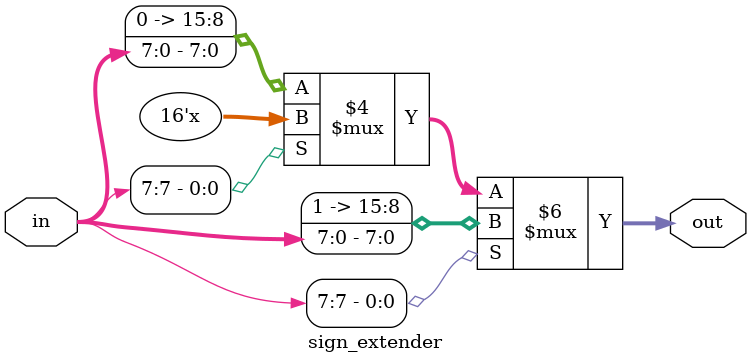
<source format=v>
`timescale 1ns / 1ps
module sign_extender(
    input [7:0] in,
    output reg [15:0] out
    );
	 
	//assign a = in[7];
	always@* begin
		if (in[7] == 0) 
			out <= {8'b00000000, in}; 
		if (in[7] == 1)
			out <= {8'b11111111, in};
	end 
endmodule

</source>
